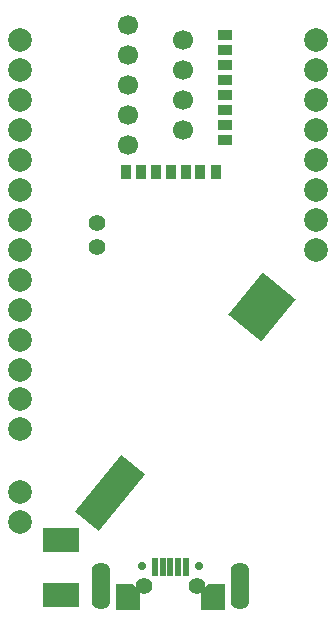
<source format=gbr>
G04 DipTrace 3.2.0.1*
G04 BottomMask.gbr*
%MOMM*%
G04 #@! TF.FileFunction,Soldermask,Bot*
G04 #@! TF.Part,Single*
%AMOUTLINE4*
4,1,4,
2.96949,1.57544,
-0.95759,-3.22229,
-2.96949,-1.57544,
0.95759,3.22229,
2.96949,1.57544,
0*%
%AMOUTLINE7*
4,1,4,
2.84972,0.63968,
-0.06396,-2.91992,
-2.84972,-0.63968,
0.06396,2.91992,
2.84972,0.63968,
0*%
%AMOUTLINE10*
4,1,5,
-1.0,0.44142,
-1.0,-1.1,
1.0,-1.1,
1.0,1.1,
-0.34142,1.1,
-1.0,0.44142,
0*%
%AMOUTLINE13*
4,1,5,
-1.0,-1.1,
1.0,-1.1,
1.0,0.44142,
0.34142,1.1,
-1.0,1.1,
-1.0,-1.1,
0*%
%ADD43C,1.4*%
%ADD44C,0.7*%
%ADD47C,1.4*%
%ADD49R,0.6X1.55*%
%ADD53O,1.6X4.0*%
%ADD61R,0.95X1.3*%
%ADD63R,1.3X0.95*%
%ADD75C,1.7*%
%ADD77C,2.0*%
%ADD79C,2.0*%
%ADD81R,3.1X2.05*%
%ADD92OUTLINE4*%
%ADD95OUTLINE7*%
%ADD98OUTLINE10*%
%ADD101OUTLINE13*%
%FSLAX35Y35*%
G04*
G71*
G90*
G75*
G01*
G04 BotMask*
%LPD*%
D81*
X-887053Y-3829060D3*
Y-4289060D3*
D79*
X-1230000Y-356000D3*
Y-102000D3*
Y152000D3*
Y406000D3*
X1272000Y-356000D3*
Y-102000D3*
Y152000D3*
Y406000D3*
X-1230000Y-1371000D3*
Y-1117000D3*
Y-863000D3*
Y-609000D3*
X1272000Y-1372000D3*
Y-1118000D3*
Y-864000D3*
Y-610000D3*
X-1234000Y-1624000D3*
D77*
X-1230000Y-1878000D3*
D79*
X-1234000Y-2132000D3*
D77*
X-1230000Y-2386000D3*
D79*
X-1234000Y-2635000D3*
D77*
X-1230000Y-2889000D3*
D79*
X-1234000Y-3416900D3*
D77*
X-1230000Y-3670900D3*
D75*
X150000Y406000D3*
X-320000Y281000D3*
X150000Y152000D3*
X-320000Y27000D3*
X150000Y-102000D3*
X-320000Y-227000D3*
X150000Y-354000D3*
X-320000Y-481000D3*
Y535000D3*
D63*
X502000Y-443000D3*
Y-315000D3*
Y-189000D3*
Y-61000D3*
Y66000D3*
Y193000D3*
Y320000D3*
D61*
X-339000Y-710000D3*
X-212000D3*
X-85000D3*
X42000D3*
X169000D3*
X295000D3*
X423000D3*
D63*
X502000Y447000D3*
D53*
X627000Y-4220000D3*
X-543000D3*
D43*
X-183000D3*
X267000D3*
D92*
X-473563Y-3429523D3*
D95*
X815400Y-1854787D3*
D49*
X41430Y-4053293D3*
X-23570D3*
X106430D3*
X171430D3*
X-88570D3*
D98*
X403930Y-4310793D3*
D101*
X-321070D3*
D44*
X-201070Y-4045793D3*
X283930D3*
D47*
X-578127Y-1350000D3*
Y-1140000D3*
M02*

</source>
